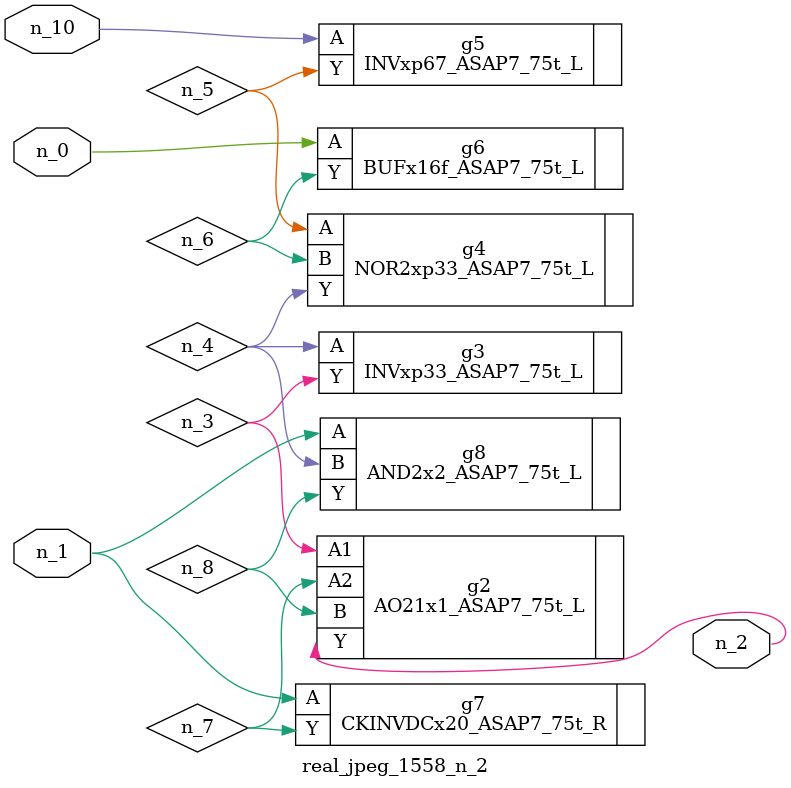
<source format=v>
module real_jpeg_1558_n_2 (n_1, n_10, n_0, n_2);

input n_1;
input n_10;
input n_0;

output n_2;

wire n_5;
wire n_4;
wire n_8;
wire n_6;
wire n_7;
wire n_3;

BUFx16f_ASAP7_75t_L g6 ( 
.A(n_0),
.Y(n_6)
);

CKINVDCx20_ASAP7_75t_R g7 ( 
.A(n_1),
.Y(n_7)
);

AND2x2_ASAP7_75t_L g8 ( 
.A(n_1),
.B(n_4),
.Y(n_8)
);

AO21x1_ASAP7_75t_L g2 ( 
.A1(n_3),
.A2(n_7),
.B(n_8),
.Y(n_2)
);

INVxp33_ASAP7_75t_L g3 ( 
.A(n_4),
.Y(n_3)
);

NOR2xp33_ASAP7_75t_L g4 ( 
.A(n_5),
.B(n_6),
.Y(n_4)
);

INVxp67_ASAP7_75t_L g5 ( 
.A(n_10),
.Y(n_5)
);


endmodule
</source>
